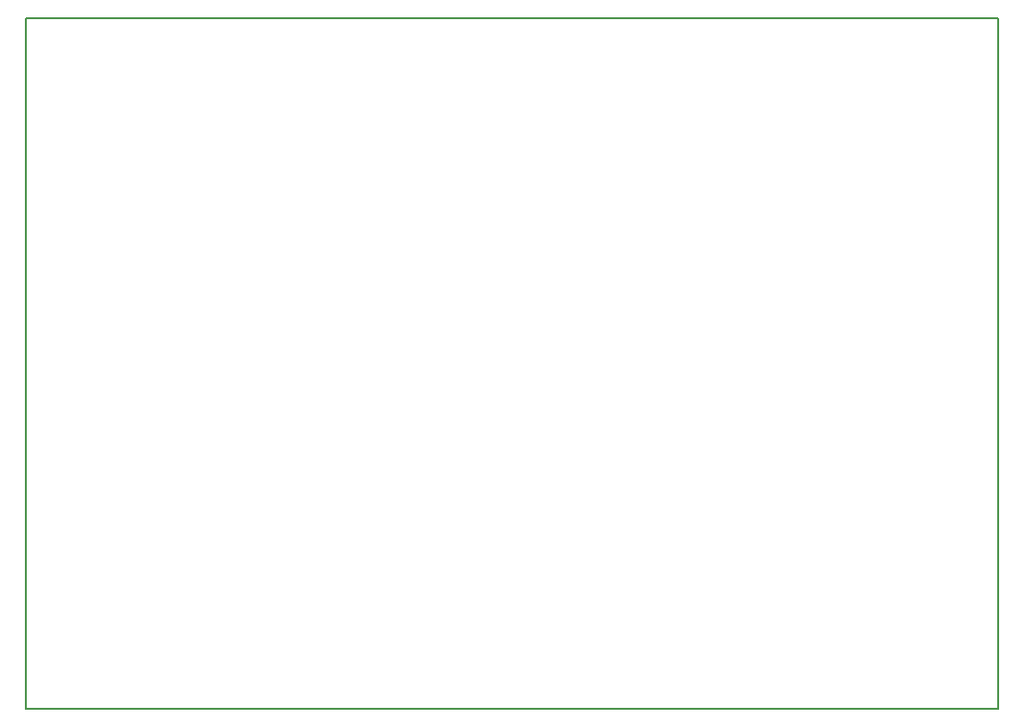
<source format=gm1>
G04 MADE WITH FRITZING*
G04 WWW.FRITZING.ORG*
G04 DOUBLE SIDED*
G04 HOLES PLATED*
G04 CONTOUR ON CENTER OF CONTOUR VECTOR*
%ASAXBY*%
%FSLAX23Y23*%
%MOIN*%
%OFA0B0*%
%SFA1.0B1.0*%
%ADD10R,3.393700X2.408530*%
%ADD11C,0.008000*%
%ADD10C,0.008*%
%LNCONTOUR*%
G90*
G70*
G54D10*
G54D11*
X4Y2405D02*
X3390Y2405D01*
X3390Y4D01*
X4Y4D01*
X4Y2405D01*
D02*
G04 End of contour*
M02*
</source>
